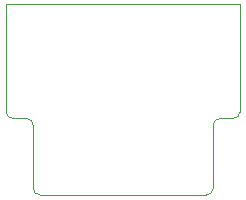
<source format=gm1>
G04 #@! TF.GenerationSoftware,KiCad,Pcbnew,(5.1.9-0-10_14)*
G04 #@! TF.CreationDate,2021-10-14T15:51:02+11:00*
G04 #@! TF.ProjectId,MAP Card,4d415020-4361-4726-942e-6b696361645f,rev?*
G04 #@! TF.SameCoordinates,Original*
G04 #@! TF.FileFunction,Profile,NP*
%FSLAX46Y46*%
G04 Gerber Fmt 4.6, Leading zero omitted, Abs format (unit mm)*
G04 Created by KiCad (PCBNEW (5.1.9-0-10_14)) date 2021-10-14 15:51:02*
%MOMM*%
%LPD*%
G01*
G04 APERTURE LIST*
G04 #@! TA.AperFunction,Profile*
%ADD10C,0.050000*%
G04 #@! TD*
G04 APERTURE END LIST*
D10*
X144335500Y-105410000D02*
G75*
G02*
X143764000Y-104838500I0J571500D01*
G01*
X145478500Y-105410000D02*
G75*
G02*
X146050000Y-105981500I0J-571500D01*
G01*
X146621500Y-111887000D02*
G75*
G02*
X146050000Y-111315500I0J571500D01*
G01*
X163576000Y-104838500D02*
G75*
G02*
X163004500Y-105410000I-571500J0D01*
G01*
X161290000Y-105981500D02*
G75*
G02*
X161861500Y-105410000I571500J0D01*
G01*
X161290000Y-111315500D02*
G75*
G02*
X160718500Y-111887000I-571500J0D01*
G01*
X143764000Y-95758000D02*
X143764000Y-104838500D01*
X163576000Y-95758000D02*
X143764000Y-95758000D01*
X163576000Y-104838500D02*
X163576000Y-95758000D01*
X161861500Y-105410000D02*
X163004500Y-105410000D01*
X161290000Y-111315500D02*
X161290000Y-105981500D01*
X146621500Y-111887000D02*
X160718500Y-111887000D01*
X146050000Y-105981500D02*
X146050000Y-111315500D01*
X144335500Y-105410000D02*
X145478500Y-105410000D01*
M02*

</source>
